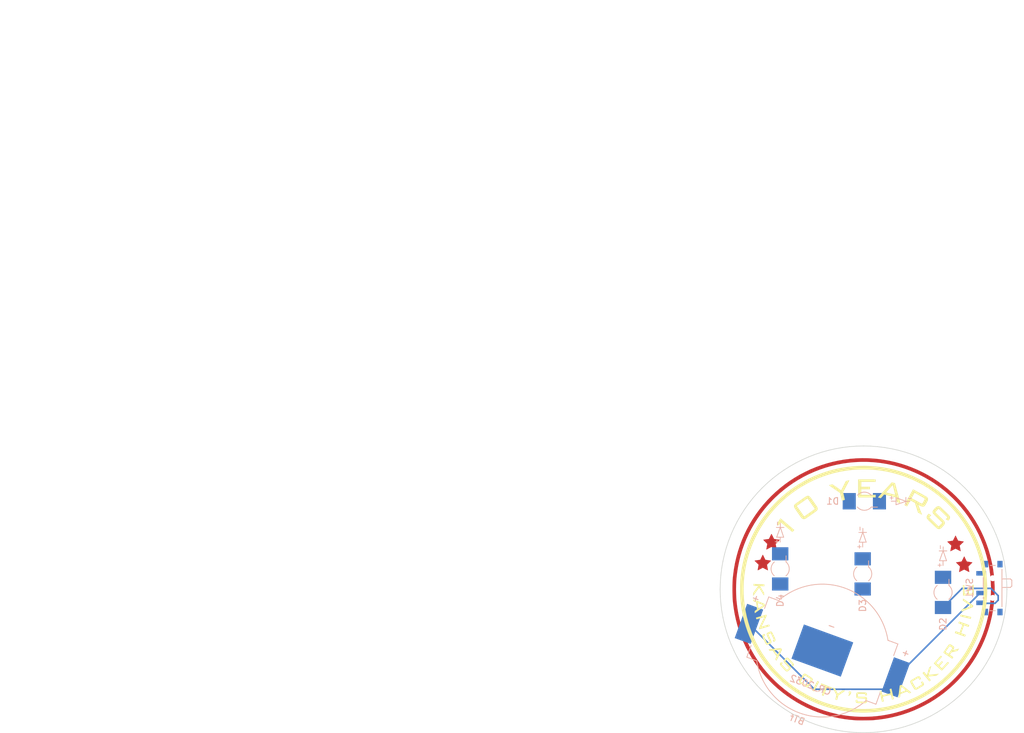
<source format=kicad_pcb>
(kicad_pcb (version 20211014) (generator pcbnew)
  (layers (0 "F.Cu" signal) (31 "B.Cu" signal) (34 "B.Paste" user) (35 "F.Paste" user) (36 "B.SilkS" user "B.Silkscreen") (37 "F.SilkS" user "F.Silkscreen") (38 "B.Mask" user) (39 "F.Mask" user) (44 "Edge.Cuts" user))
  (net 0 "")
  (net 1 "GND")
  (net 2 "Net-(BT1-Pad1)")
  (net 3 "Net-(D1-Pad2)")
  (footprint "LOGO" (layer "F.Cu") (at 16.2814 14.8336)
    (fp_text reference "G***" hide)
    (fp_text value "LOGO" hide)
  )
  (footprint "LOGO" (layer "F.Cu") (at 119.6214 77.6175)
    (fp_text reference "G***" hide)
    (fp_text value "LOGO" hide)
  )
  (footprint "BadgePirates:LED_Osram_Lx_P47F_D2mm_ReverseMount_Proper_Mask Only" (layer "F.Cu") (at 157.1752 103.6828 90)
    (fp_text reference "D2" (at -4.826 0 90) (layer "B.SilkS"))
    (fp_text value "LED")
    (pad "1" smd rect (at 2.3 0 90) (size 2 2.5) (layers "B.Cu") (net 1 "GND"))
    (pad "2" smd rect (at -2.3 0 90) (size 2 2.5) (layers "B.Cu") (net 3 "Net-(D1-Pad2)"))
  )
  (footprint "LOGO" (layer "F.Cu") (at 119.6214 77.6175)
    (fp_text reference "G***" hide)
    (fp_text value "LOGO" hide)
  )
  (footprint "LOGO" (layer "F.Cu") (at 119.6214 77.6175)
    (fp_text reference "G***" hide)
    (fp_text value "LOGO" hide)
  )
  (footprint "LOGO" (layer "F.Cu") (at 16.2814 14.8336)
    (fp_text reference "G***" hide)
    (fp_text value "LOGO" hide)
  )
  (footprint "BadgePirates:LED_Osram_Lx_P47F_D2mm_ReverseMount_Proper_Mask Only" (layer "F.Cu") (at 145.1864 89.789)
    (fp_text reference "D1" (at -4.826 0) (layer "B.SilkS") (effects (justify mirror)))
    (fp_text value "LED")
    (pad "1" smd rect (at 2.3 0) (size 2 2.5) (layers "B.Cu") (net 1 "GND"))
    (pad "2" smd rect (at -2.3 0) (size 2 2.5) (layers "B.Cu") (net 3 "Net-(D1-Pad2)"))
  )
  (footprint "BadgePirates:LED_Osram_Lx_P47F_D2mm_ReverseMount_Proper_Mask Only" (layer "F.Cu") (at 144.9324 100.8634 90)
    (fp_text reference "D3" (at -4.826 0 90) (layer "B.SilkS"))
    (fp_text value "LED")
    (pad "1" smd rect (at 2.3 0 90) (size 2 2.5) (layers "B.Cu") (net 1 "GND"))
    (pad "2" smd rect (at -2.3 0 90) (size 2 2.5) (layers "B.Cu") (net 3 "Net-(D1-Pad2)"))
  )
  (footprint "LOGO" (layer "F.Cu") (at 119.6214 77.6175)
    (fp_text reference "G***" hide)
    (fp_text value "LOGO" hide)
    (fp_poly (pts (xy 10.105244 20.338704) (xy 10.133746 20.389581) (xy 10.174436 20.467336) (xy 10.224349 20.566275) (xy 10.280522 20.680707) (xy 10.294279 20.709164) (xy 10.481474 21.097535) (xy 10.913404 21.157643) (xy 11.042906 21.17629) (xy 11.15689 21.193901) (xy 11.249163 21.209418) (xy 11.313533 21.221786) (xy 11.343808 21.229948) (xy 11.345334 21.231301) (xy 11.330891 21.249535) (xy 11.290572 21.292624) (xy 11.228887 21.355949) (xy 11.150351 21.434892) (xy 11.059474 21.524835) (xy 11.036501 21.547376) (xy 10.727669 21.849901) (xy 10.801518 22.275576) (xy 10.823476 22.404211) (xy 10.842201 22.517919) (xy 10.856711 22.610391) (xy 10.866024 22.675321) (xy 10.869157 22.706401) (xy 10.868877 22.708126) (xy 10.849107 22.700787) (xy 10.797623 22.676341) (xy 10.720056 22.637612) (xy 10.62204 22.587424) (xy 10.509208 22.528602) (xy 10.477703 22.512012) (xy 10.093018 22.309021) (xy 9.703176 22.511939) (xy 9.569553 22.580864) (xy 9.468915 22.631098) (xy 9.397161 22.664371) (xy 9.350194 22.682415) (xy 9.323915 22.686959) (xy 9.314227 22.679734) (xy 9.313916 22.676303) (xy 9.317634 22.644015) (xy 9.327629 22.57728) (xy 9.342739 22.483327) (xy 9.3618 22.369384) (xy 9.383648 22.24268) (xy 9.384248 22.239252) (xy 9.453997 21.840753) (xy 9.139232 21.537337) (xy 9.045909 21.446174) (xy 8.965204 21.365012) (xy 8.901346 21.298301) (xy 8.858567 21.250493) (xy 8.841099 21.22604) (xy 8.841359 21.22396) (xy 8.866604 21.218096) (xy 8.927191 21.207539) (xy 9.016518 21.193333) (xy 9.127982 21.176521) (xy 9.254983 21.158148) (xy 9.279758 21.154647) (xy 9.701265 21.095296) (xy 9.888983 20.707648) (xy 9.946371 20.590628) (xy 9.998169 20.487817) (xy 10.041405 20.40489) (xy 10.073103 20.347523) (xy 10.090291 20.321392) (xy 10.091892 20.320397) (xy 10.105244 20.338704)) (layer "F.Cu") (width 0.01) (fill solid))
    (fp_poly (pts (xy 11.424994 17.163233) (xy 11.453376 17.213804) (xy 11.49416 17.291195) (xy 11.544376 17.389741) (xy 11.601051 17.503777) (xy 11.614986 17.53221) (xy 11.804249 17.919421) (xy 12.215083 17.977895) (xy 12.343539 17.996454) (xy 12.458592 18.013597) (xy 12.553287 18.028247) (xy 12.620674 18.039324) (xy 12.6538 18.045752) (xy 12.654988 18.046107) (xy 12.65056 18.063535) (xy 12.616481 18.106996) (xy 12.5547 18.174354) (xy 12.467168 18.263474) (xy 12.366635 18.361823) (xy 12.049211 18.667802) (xy 12.120213 19.075859) (xy 12.142192 19.203453) (xy 12.161445 19.317659) (xy 12.176844 19.411577) (xy 12.187257 19.478306) (xy 12.191557 19.510946) (xy 12.191607 19.51208) (xy 12.173849 19.512205) (xy 12.122651 19.493309) (xy 12.041552 19.456978) (xy 11.934089 19.404799) (xy 11.803802 19.338357) (xy 11.801954 19.337396) (xy 11.411907 19.134548) (xy 11.029044 19.335691) (xy 10.912994 19.396366) (xy 10.809914 19.449702) (xy 10.725571 19.492759) (xy 10.665737 19.522599) (xy 10.63618 19.536281) (xy 10.634242 19.536834) (xy 10.629412 19.519043) (xy 10.634544 19.478625) (xy 10.642053 19.439131) (xy 10.655225 19.365997) (xy 10.67263 19.26732) (xy 10.692838 19.151197) (xy 10.710232 19.050179) (xy 10.77368 18.679942) (xy 10.462562 18.368305) (xy 10.370213 18.274995) (xy 10.289678 18.192072) (xy 10.225207 18.124041) (xy 10.181051 18.07541) (xy 10.161462 18.050686) (xy 10.161014 18.048602) (xy 10.183941 18.043385) (xy 10.242407 18.033484) (xy 10.330001 18.019887) (xy 10.440309 18.003583) (xy 10.566921 17.98556) (xy 10.597507 17.981299) (xy 11.024431 17.922062) (xy 11.211341 17.533679) (xy 11.268394 17.416456) (xy 11.319771 17.31341) (xy 11.362536 17.230227) (xy 11.39375 17.172595) (xy 11.410476 17.146202) (xy 11.411987 17.145148) (xy 11.424994 17.163233)) (layer "F.Cu") (width 0.01) (fill solid))
    (fp_poly (pts (xy 39.648038 17.769417) (xy 39.705231 17.886444) (xy 39.755959 17.990638) (xy 39.797304 18.075972) (xy 39.826349 18.136421) (xy 39.840175 18.165959) (xy 39.840816 18.16751) (xy 39.862695 18.175534) (xy 39.920214 18.188126) (xy 40.007064 18.204141) (xy 40.116937 18.222435) (xy 40.243527 18.241862) (xy 40.278963 18.247039) (xy 40.408992 18.266144) (xy 40.524095 18.283642) (xy 40.617942 18.298523) (xy 40.684201 18.309776) (xy 40.716543 18.316391) (xy 40.718625 18.317236) (xy 40.706427 18.333498) (xy 40.667913 18.374505) (xy 40.607456 18.435842) (xy 40.529426 18.513091) (xy 40.438196 18.601839) (xy 40.409201 18.629762) (xy 40.092015 18.934526) (xy 40.164386 19.346805) (xy 40.190175 19.49369) (xy 40.2094 19.604065) (xy 40.222728 19.683133) (xy 40.230827 19.736096) (xy 40.234364 19.768155) (xy 40.234005 19.784512) (xy 40.230418 19.790369) (xy 40.22427 19.790928) (xy 40.221331 19.790834) (xy 40.198294 19.781408) (xy 40.143908 19.755156) (xy 40.064209 19.715112) (xy 39.965232 19.664314) (xy 39.853012 19.605796) (xy 39.842619 19.600334) (xy 39.729031 19.541191) (xy 39.627632 19.489526) (xy 39.544588 19.448389) (xy 39.486064 19.42083) (xy 39.458228 19.409898) (xy 39.457505 19.409834) (xy 39.432415 19.419266) (xy 39.37611 19.445539) (xy 39.294754 19.485611) (xy 39.194506 19.536444) (xy 39.08153 19.594997) (xy 39.071345 19.600334) (xy 38.935112 19.671365) (xy 38.832067 19.724004) (xy 38.758221 19.7601) (xy 38.709581 19.781503) (xy 38.682156 19.790061) (xy 38.671954 19.787624) (xy 38.671627 19.785542) (xy 38.675176 19.764079) (xy 38.685011 19.707228) (xy 38.700031 19.621282) (xy 38.719134 19.512538) (xy 38.741221 19.387289) (xy 38.746588 19.356917) (xy 38.821422 18.933584) (xy 38.508355 18.633704) (xy 38.41493 18.542942) (xy 38.333981 18.46185) (xy 38.269827 18.394962) (xy 38.226786 18.346807) (xy 38.209174 18.321918) (xy 38.209289 18.319822) (xy 38.233638 18.312639) (xy 38.293339 18.300803) (xy 38.381806 18.285449) (xy 38.492457 18.26771) (xy 38.618706 18.248722) (xy 38.63975 18.245667) (xy 38.767226 18.226964) (xy 38.879574 18.209928) (xy 38.97037 18.195577) (xy 39.03319 18.184932) (xy 39.061611 18.179013) (xy 39.062561 18.178548) (xy 39.073526 18.158386) (xy 39.10051 18.106061) (xy 39.140613 18.027282) (xy 39.190931 17.927755) (xy 39.248563 17.813188) (xy 39.26521 17.78) (xy 39.461508 17.388417) (xy 39.648038 17.769417)) (layer "F.Cu") (width 0.01) (fill solid))
    (fp_poly (pts (xy 40.977144 20.959378) (xy 41.041905 21.092007) (xy 41.091592 21.191422) (xy 41.129392 21.262601) (xy 41.158493 21.310522) (xy 41.182083 21.340162) (xy 41.203349 21.356499) (xy 41.225481 21.364512) (xy 41.2382 21.367008) (xy 41.281745 21.373972) (xy 41.358558 21.385805) (xy 41.460025 21.401198) (xy 41.577533 21.418844) (xy 41.665321 21.431923) (xy 41.783186 21.449728) (xy 41.885514 21.465762) (xy 41.965366 21.478891) (xy 42.0158 21.487979) (xy 42.030297 21.491574) (xy 42.017937 21.507678) (xy 41.979744 21.548989) (xy 41.920051 21.611018) (xy 41.843195 21.689277) (xy 41.753509 21.779276) (xy 41.727019 21.80564) (xy 41.417336 22.113301) (xy 41.490546 22.539567) (xy 41.511689 22.667715) (xy 41.528633 22.780443) (xy 41.540588 22.871589) (xy 41.546764 22.934989) (xy 41.546374 22.96448) (xy 41.54512 22.965834) (xy 41.521395 22.956417) (xy 41.466352 22.930188) (xy 41.386065 22.890177) (xy 41.286609 22.839418) (xy 41.17406 22.780941) (xy 41.163364 22.775334) (xy 41.049839 22.716289) (xy 40.948764 22.66469) (xy 40.866236 22.623572) (xy 40.808353 22.595968) (xy 40.781214 22.584913) (xy 40.780489 22.584834) (xy 40.756396 22.594212) (xy 40.700954 22.620339) (xy 40.620253 22.660202) (xy 40.520382 22.710789) (xy 40.407431 22.769086) (xy 40.39544 22.775334) (xy 40.282038 22.83415) (xy 40.181674 22.885594) (xy 40.100291 22.926667) (xy 40.043834 22.954373) (xy 40.018249 22.965714) (xy 40.017573 22.965834) (xy 40.005612 22.948952) (xy 40.004616 22.939375) (xy 40.007925 22.911015) (xy 40.017362 22.847917) (xy 40.031819 22.757053) (xy 40.050185 22.645394) (xy 40.07135 22.519912) (xy 40.072176 22.515073) (xy 40.14012 22.117229) (xy 39.824116 21.800698) (xy 39.731343 21.707175) (xy 39.650576 21.624611) (xy 39.585961 21.557338) (xy 39.541642 21.50969) (xy 39.521761 21.485998) (xy 39.521357 21.484167) (xy 39.548427 21.481249) (xy 39.609247 21.473272) (xy 39.695692 21.461404) (xy 39.799639 21.44681) (xy 39.912964 21.430658) (xy 40.027542 21.414114) (xy 40.135251 21.398345) (xy 40.227966 21.384517) (xy 40.297563 21.373797) (xy 40.335918 21.367351) (xy 40.338481 21.366824) (xy 40.359269 21.355125) (xy 40.385291 21.325611) (xy 40.419095 21.274081) (xy 40.46323 21.196335) (xy 40.520244 21.088175) (xy 40.585425 20.959862) (xy 40.784639 20.563417) (xy 40.977144 20.959378)) (layer "F.Cu") (width 0.01) (fill solid))
    (fp_poly (pts (xy 26.102171 5.626179) (xy 27.005436 5.678051) (xy 27.52725 5.727196) (xy 28.440109 5.846547) (xy 29.342305 6.006373) (xy 30.232664 6.206042) (xy 31.110012 6.444921) (xy 31.973176 6.722377) (xy 32.820981 7.037776) (xy 33.652254 7.390487) (xy 34.465821 7.779876) (xy 35.260509 8.20531) (xy 36.035143 8.666157) (xy 36.788549 9.161783) (xy 37.519554 9.691555) (xy 38.226985 10.254841) (xy 38.909666 10.851008) (xy 39.566424 11.479422) (xy 40.196087 12.139451) (xy 40.797478 12.830462) (xy 40.87488 12.92419) (xy 41.440611 13.646762) (xy 41.971876 14.393543) (xy 42.467957 15.163192) (xy 42.928138 15.954363) (xy 43.351704 16.765715) (xy 43.737938 17.595904) (xy 44.086123 18.443586) (xy 44.395544 19.307419) (xy 44.567491 19.850144) (xy 44.812287 20.73565) (xy 45.015628 21.628428) (xy 45.177497 22.527154) (xy 45.297878 23.430503) (xy 45.376754 24.337153) (xy 45.414109 25.245779) (xy 45.409927 26.155057) (xy 45.36419 27.063664) (xy 45.276884 27.970276) (xy 45.147991 28.873568) (xy 44.977495 29.772218) (xy 44.76538 30.664901) (xy 44.704264 30.89275) (xy 44.441971 31.769055) (xy 44.141256 32.6286) (xy 43.803014 33.470318) (xy 43.428137 34.293143) (xy 43.017522 35.096009) (xy 42.572063 35.877849) (xy 42.092653 36.637598) (xy 41.580187 37.374187) (xy 41.035561 38.086552) (xy 40.459667 38.773625) (xy 39.853402 39.434341) (xy 39.217659 40.067633) (xy 38.553332 40.672434) (xy 37.861317 41.247679) (xy 37.142507 41.7923) (xy 36.397797 42.305232) (xy 35.628082 42.785407) (xy 34.834256 43.231761) (xy 34.017214 43.643225) (xy 34.00425 43.64938) (xy 33.178095 44.019165) (xy 32.341949 44.349257) (xy 31.494283 44.640061) (xy 30.633566 44.891981) (xy 29.75827 45.105421) (xy 28.866863 45.280787) (xy 27.957818 45.418484) (xy 27.029603 45.518914) (xy 26.89225 45.530495) (xy 26.795034 45.536512) (xy 26.661301 45.542009) (xy 26.496865 45.546943) (xy 26.307541 45.551272) (xy 26.099142 45.554954) (xy 25.877482 45.557947) (xy 25.648376 45.560208) (xy 25.417637 45.561695) (xy 25.191079 45.562366) (xy 24.974516 45.562179) (xy 24.773762 45.561091) (xy 24.594632 45.55906) (xy 24.442939 45.556045) (xy 24.324497 45.552001) (xy 24.278167 45.549491) (xy 23.38133 45.473495) (xy 22.506132 45.363149) (xy 21.648233 45.217525) (xy 20.803292 45.035696) (xy 19.966968 44.816735) (xy 19.13492 44.559716) (xy 18.362084 44.28607) (xy 17.546129 43.957597) (xy 16.740508 43.589488) (xy 15.948341 43.183676) (xy 15.172746 42.742094) (xy 14.416845 42.266674) (xy 13.683755 41.759349) (xy 12.976597 41.222053) (xy 12.298491 40.656718) (xy 11.847245 40.249508) (xy 11.723645 40.132311) (xy 11.580937 39.993753) (xy 11.425357 39.840153) (xy 11.263142 39.677826) (xy 11.100528 39.51309) (xy 10.943751 39.352261) (xy 10.799046 39.201658) (xy 10.672649 39.067597) (xy 10.571564 38.95725) (xy 9.973562 38.25868) (xy 9.409931 37.536059) (xy 8.881254 36.790639) (xy 8.388115 36.023674) (xy 7.931098 35.236416) (xy 7.510787 34.430117) (xy 7.127766 33.606028) (xy 6.782618 32.765404) (xy 6.475928 31.909495) (xy 6.208279 31.039555) (xy 5.980255 30.156835) (xy 5.792441 29.262589) (xy 5.652097 28.405667) (xy 5.612318 28.116094) (xy 5.578569 27.849651) (xy 5.550399 27.599327) (xy 5.52736 27.358111) (xy 5.509002 27.11899) (xy 5.494875 26.874954) (xy 5.484529 26.618991) (xy 5.477516 26.344089) (xy 5.473385 26.043237) (xy 5.471687 25.709423) (xy 5.471638 25.651711) (xy 6.007654 25.651711) (xy 6.019248 26.28822) (xy 6.04976 26.917772) (xy 6.087004 27.40025) (xy 6.187955 28.280183) (xy 6.330536 29.156293) (xy 6.514083 30.026555) (xy 6.737932 30.888944) (xy 7.001419 31.741437) (xy 7.303879 32.582007) (xy 7.644648 33.408632) (xy 8.023062 34.219286) (xy 8.438456 35.011944) (xy 8.777834 35.600013) (xy 9.233384 36.323208) (xy 9.713913 37.017246) (xy 10.222661 37.686177) (xy 10.762867 38.33405) (xy 11.33777 38.964914) (xy 11.950608 39.582819) (xy 12.006725 39.636963) (xy 12.664688 40.240393) (xy 13.348801 40.81117) (xy 14.057547 41.34866) (xy 14.789412 41.852227) (xy 15.542878 42.321237) (xy 16.31643 42.755057) (xy 17.108551 43.153051) (xy 17.917726 43.514586) (xy 18.742439 43.839028) (xy 19.581174 44.125741) (xy 20.432414 44.374091) (xy 21.294644 44.583445) (xy 22.166348 44.753168) (xy 23.046009 44.882625) (xy 23.932113 44.971183) (xy 24.823141 45.018206) (xy 24.870834 45.019537) (xy 25.026529 45.023311) (xy 25.17601 45.026243) (xy 25.311595 45.028235) (xy 25.425605 45.02919) (xy 25.510358 45.02901) (xy 25.548167 45.028157) (xy 25.611479 45.025895) (xy 25.708282 45.022926) (xy 25.829746 45.019497) (xy 25.96704 45.015855) (xy 26.111331 45.012249) (xy 26.140834 45.01154) (xy 26.730311 44.985723) (xy 27.343198 44.936395) (xy 27.968453 44.864645) (xy 28.595033 44.771565) (xy 28.627917 44.766083) (xy 29.517885 44.595646) (xy 30.395226 44.385191) (xy 31.258762 44.135421) (xy 32.107313 43.84704) (xy 32.9397 43.520754) (xy 33.754745 43.157266) (xy 34.551267 42.75728) (xy 35.328089 42.321501) (xy 36.08403 41.850634) (xy 36.817913 41.345382) (xy 37.528557 40.806449) (xy 38.214785 40.234541) (xy 38.875416 39.630361) (xy 39.509272 38.994614) (xy 40.115174 38.328003) (xy 40.691942 37.631234) (xy 40.797166 37.49675) (xy 41.328842 36.776719) (xy 41.82768 36.030731) (xy 42.292464 35.260975) (xy 42.721975 34.469641) (xy 43.114998 33.65892) (xy 43.470313 32.831001) (xy 43.652844 32.359388) (xy 43.946704 31.509181) (xy 44.200317 30.64695) (xy 44.413482 29.774387) (xy 44.586001 28.893183) (xy 44.717674 28.005029) (xy 44.808304 27.111618) (xy 44.857692 26.214641) (xy 44.865638 25.31579) (xy 44.831944 24.416756) (xy 44.756411 23.51923) (xy 44.7244 23.241) (xy 44.594257 22.350531) (xy 44.423024 21.467393) (xy 44.211333 20.593487) (xy 43.959817 19.73072) (xy 43.669108 18.880994) (xy 43.339838 18.046213) (xy 42.972639 17.228282) (xy 42.568143 16.429104) (xy 42.304206 15.953108) (xy 41.835816 15.178149) (xy 41.33505 14.429694) (xy 40.803036 13.708491) (xy 40.240903 13.015292) (xy 39.649779 12.350847) (xy 39.030794 11.715906) (xy 38.385075 11.111219) (xy 37.713753 10.537536) (xy 37.017955 9.995607) (xy 36.298811 9.486183) (xy 35.55745 9.010014) (xy 34.794999 8.56785) (xy 34.012589 8.160442) (xy 33.211348 7.788538) (xy 32.392404 7.45289) (xy 31.556886 7.154248) (xy 30.705924 6.893362) (xy 29.840646 6.670983) (xy 28.962181 6.487859) (xy 28.071658 6.344742) (xy 27.791834 6.308434) (xy 26.891086 6.219206) (xy 25.991726 6.172273) (xy 25.093431 6.167641) (xy 24.195876 6.205318) (xy 23.29874 6.285311) (xy 22.401699 6.407627) (xy 22.235584 6.434921) (xy 21.342371 6.606814) (xy 20.462079 6.818746) (xy 19.595805 7.070146) (xy 18.744643 7.360442) (xy 17.90969 7.689064) (xy 17.092042 8.055442) (xy 16.292793 8.459003) (xy 15.51304 8.899177) (xy 14.753878 9.375393) (xy 14.016402 9.88708) (xy 13.30171 10.433667) (xy 12.610895 11.014584) (xy 11.945054 11.629258) (xy 11.588164 11.983262) (xy 10.96527 12.646945) (xy 10.376619 13.335118) (xy 9.822709 14.046706) (xy 9.304042 14.780635) (xy 8.821116 15.535831) (xy 8.374432 16.311217) (xy 7.964489 17.105721) (xy 7.591788 17.918267) (xy 7.256827 18.74778) (xy 6.960108 19.593186) (xy 6.702129 20.45341) (xy 6.483391 21.327378) (xy 6.304393 22.214015) (xy 6.165635 23.112246) (xy 6.086395 23.8125) (xy 6.041225 24.402645) (xy 6.014979 25.01945) (xy 6.007654 25.651711) (xy 5.471638 25.651711) (xy 5.471584 25.5905) (xy 5.471914 25.309975) (xy 5.473114 25.065334) (xy 5.475493 24.85013) (xy 5.479363 24.657918) (xy 5.485036 24.48225) (xy 5.492822 24.316682) (xy 5.503033 24.154767) (xy 5.51598 23.990059) (xy 5.531974 23.816111) (xy 5.551326 23.626479) (xy 5.574347 23.414715) (xy 5.578366 23.378584) (xy 5.700876 22.468438) (xy 5.863899 21.569333) (xy 6.066795 20.68239) (xy 6.308922 19.808731) (xy 6.589638 18.949478) (xy 6.908303 18.105754) (xy 7.264274 17.278679) (xy 7.65691 16.469376) (xy 8.08557 15.678968) (xy 8.549613 14.908575) (xy 9.048397 14.159321) (xy 9.58128 13.432327) (xy 10.147622 12.728715) (xy 10.746781 12.049608) (xy 11.378115 11.396126) (xy 12.040983 10.769393) (xy 12.734744 10.17053) (xy 13.451417 9.606174) (xy 14.188871 9.07804) (xy 14.948086 8.585622) (xy 15.727532 8.129341) (xy 16.525679 7.709621) (xy 17.340999 7.326882) (xy 18.171962 6.981545) (xy 19.017038 6.674032) (xy 19.874697 6.404765) (xy 20.74341 6.174165) (xy 21.621648 5.982654) (xy 22.507881 5.830653) (xy 23.400579 5.718583) (xy 24.298213 5.646867) (xy 25.199254 5.615925) (xy 26.102171 5.626179)) (layer "F.Cu") (width 0.01) (fill solid))
  )
  (footprint "LOGO" (layer "F.Cu") (at 16.2814 14.8336)
    (fp_text reference "G***" hide)
    (fp_text value "LOGO" hide)
  )
  (footprint "BadgePirates:LED_Osram_Lx_P47F_D2mm_ReverseMount_Proper_Mask Only" (layer "F.Cu") (at 132.3594 100.1014 90)
    (fp_text reference "D4" (at -4.826 0 90) (layer "B.SilkS"))
    (fp_text value "LED")
    (pad "1" smd rect (at 2.3 0 90) (size 2 2.5) (layers "B.Cu") (net 1 "GND"))
    (pad "2" smd rect (at -2.3 0 90) (size 2 2.5) (layers "B.Cu") (net 3 "Net-(D1-Pad2)"))
  )
  (footprint "BadgePirates:SW_SPDT_PCM12" (layer "B.Cu") (at 164.4218 103.0224 -90)
    (fp_text reference "SW1" (at 0 3.2 90) (layer "B.SilkS") (effects (justify mirror)))
    (fp_text value "SW_SPDT")
    (pad "" smd rect locked (at -3.65 -1.43 270) (size 1 0.8) (layers "B.Cu" "B.Paste" "B.Mask"))
    (pad "" smd rect locked (at -3.65 0.78 270) (size 1 0.8) (layers "B.Cu" "B.Paste" "B.Mask"))
    (pad "" smd rect locked (at 3.65 0.78 270) (size 1 0.8) (layers "B.Cu" "B.Paste" "B.Mask"))
    (pad "" np_thru_hole circle locked (at -1.5 -0.33 270) (size 0.9 0.9) (drill 0.9) (layers *.Cu *.Mask))
    (pad "" np_thru_hole circle locked (at 1.5 -0.33 270) (size 0.9 0.9) (drill 0.9) (layers *.Cu *.Mask))
    (pad "" smd rect locked (at 3.65 -1.43 270) (size 1 0.8) (layers "B.Cu" "B.Paste" "B.Mask"))
    (pad "1" smd rect locked (at -2.25 1.43 270) (size 0.7 1.5) (layers "B.Cu" "B.Paste" "B.Mask"))
    (pad "2" smd rect locked (at 0.75 1.43 270) (size 0.7 1.5) (layers "B.Cu" "B.Paste" "B.Mask") (net 2 "Net-(BT1-Pad1)"))
    (pad "3" smd rect locked (at 2.25 1.43 270) (size 0.7 1.5) (layers "B.Cu" "B.Paste" "B.Mask") (net 3 "Net-(D1-Pad2)"))
  )
  (footprint "BadgePirates:BatteryHolder_MPD_BC2003_1x2032" (layer "B.Cu") (at 138.7856 112.5474 -20)
    (fp_text reference "BTf" (at 0 11.2 160) (layer "B.SilkS") (effects (justify mirror)))
    (fp_text value "Battery_Cell")
    (fp_text user "CR_2032" (at 0.1016 5.5626 160) (layer "B.SilkS") (effects (justify mirror)))
    (fp_text user "+" (at 12.065 -4.0132 160) (layer "B.SilkS") (effects (justify mirror)))
    (fp_text user "-" (at 0.0508 -4.0132 160) (layer "B.SilkS") (effects (justify mirror)))
    (fp_text user "+" (at -12.2428 -4.0132 160) (layer "B.SilkS") (effects (justify mirror)))
    (pad "1" smd rect locked (at -11.905 0 340) (size 2.6 5.56) (layers "B.Cu" "B.Paste" "B.Mask") (net 2 "Net-(BT1-Pad1)"))
    (pad "1" smd rect locked (at 11.905 0 340) (size 2.6 5.56) (layers "B.Cu" "B.Paste" "B.Mask") (net 2 "Net-(BT1-Pad1)"))
    (pad "2" smd rect locked (at 0 0 340) (size 8 5.56) (layers "B.Cu" "B.Paste" "B.Mask") (net 1 "GND"))
  )
  (gr_line (start 137.6932 123.7842) (end 136.6989 123.4005) (layer "Edge.Cuts") (width 0.1))
  (gr_line (start 123.6365 98.9352) (end 123.8717 97.8921) (layer "Edge.Cuts") (width 0.1))
  (gr_line (start 131.2139 86.3182) (end 132.0619 85.6576) (layer "Edge.Cuts") (width 0.1))
  (gr_line (start 124.4921 110.5831) (end 124.1572 109.5708) (layer "Edge.Cuts") (width 0.1))
  (gr_line (start 146.1425 125.0366) (end 145.0592 125.0634) (layer "Edge.Cuts") (width 0.1))
  (gr_line (start 161.9581 89.3718) (end 162.6187 90.2199) (layer "Edge.Cuts") (width 0.1))
  (gr_line (start 153.4194 123.4005) (end 152.4252 123.7842) (layer "Edge.Cuts") (width 0.1))
  (gr_line (start 123.2397 102.1338) (end 123.3198 101.0579) (layer "Edge.Cuts") (width 0.1))
  (gr_line (start 139.7341 82.0297) (end 140.7773 81.7944) (layer "Edge.Cuts") (width 0.1))
  (gr_line (start 126.8833 91.0968) (end 127.4996 90.2199) (layer "Edge.Cuts") (width 0.1))
  (gr_line (start 150.3842 82.0297) (end 151.4128 82.3151) (layer "Edge.Cuts") (width 0.1))
  (gr_line (start 165.2425 111.5773) (end 164.8108 112.5517) (layer "Edge.Cuts") (width 0.1))
  (gr_line (start 166.2466 97.8921) (end 166.4818 98.9352) (layer "Edge.Cuts") (width 0.1))
  (gr_line (start 146.1425 81.3976) (end 147.2184 81.4777) (layer "Edge.Cuts") (width 0.1))
  (gr_line (start 166.9055 103.2171) (end 166.9055 103.2171) (layer "Edge.Cuts") (width 0.1))
  (gr_line (start 149.3411 124.6398) (end 148.2852 124.824) (layer "Edge.Cuts") (width 0.1))
  (gr_line (start 147.2184 124.9565) (end 146.1425 125.0366) (layer "Edge.Cuts") (width 0.1))
  (gr_line (start 152.4252 123.7842) (end 151.4128 124.1191) (layer "Edge.Cuts") (width 0.1))
  (gr_line (start 128.8645 88.5544) (end 129.6115 87.7694) (layer "Edge.Cuts") (width 0.1))
  (gr_line (start 166.4818 107.499) (end 166.2466 108.5421) (layer "Edge.Cuts") (width 0.1))
  (gr_line (start 156.2756 121.9643) (end 155.3464 122.4898) (layer "Edge.Cuts") (width 0.1))
  (gr_line (start 140.7773 124.6398) (end 139.7341 124.4045) (layer "Edge.Cuts") (width 0.1))
  (gr_line (start 124.4921 95.8511) (end 124.8758 94.8569) (layer "Edge.Cuts") (width 0.1))
  (gr_line (start 165.6262 95.8511) (end 165.9612 96.8634) (layer "Edge.Cuts") (width 0.1))
  (gr_line (start 166.9055 103.2171) (end 166.9055 103.2171) (layer "Edge.Cuts") (width 0.1))
  (gr_line (start 161.2539 88.5544) (end 161.9581 89.3718) (layer "Edge.Cuts") (width 0.1))
  (gr_line (start 123.4523 99.9911) (end 123.6365 98.9352) (layer "Edge.Cuts") (width 0.1))
  (gr_line (start 130.3965 119.4118) (end 129.6115 118.6648) (layer "Edge.Cuts") (width 0.1))
  (gr_line (start 123.3198 101.0579) (end 123.4523 99.9911) (layer "Edge.Cuts") (width 0.1))
  (gr_line (start 165.9612 109.5708) (end 165.6262 110.5831) (layer "Edge.Cuts") (width 0.1))
  (gr_line (start 148.2852 124.824) (end 147.2184 124.9565) (layer "Edge.Cuts") (width 0.1))
  (gr_line (start 151.4128 124.1191) (end 150.3842 124.4045) (layer "Edge.Cuts") (width 0.1))
  (gr_line (start 148.2852 81.6102) (end 149.3411 81.7944) (layer "Edge.Cuts") (width 0.1))
  (gr_line (start 126.8833 115.3374) (end 126.312 114.4335) (layer "Edge.Cuts") (width 0.1))
  (gr_line (start 151.4128 82.3151) (end 152.4252 82.65) (layer "Edge.Cuts") (width 0.1))
  (gr_line (start 162.6187 116.2143) (end 161.9581 117.0624) (layer "Edge.Cuts") (width 0.1))
  (gr_line (start 153.4194 83.0337) (end 154.3937 83.4655) (layer "Edge.Cuts") (width 0.1))
  (gr_line (start 154.3937 122.9688) (end 153.4194 123.4005) (layer "Edge.Cuts") (width 0.1))
  (gr_line (start 124.8758 111.5773) (end 124.4921 110.5831) (layer "Edge.Cuts") (width 0.1))
  (gr_line (start 127.4996 116.2143) (end 126.8833 115.3374) (layer "Edge.Cuts") (width 0.1))
  (gr_line (start 145.0592 125.0634) (end 143.9759 125.0366) (layer "Edge.Cuts") (width 0.1))
  (gr_line (start 137.6932 82.65) (end 138.7055 82.3151) (layer "Edge.Cuts") (width 0.1))
  (gr_line (start 132.0619 120.7766) (end 131.2139 120.116) (layer "Edge.Cuts") (width 0.1))
  (gr_line (start 154.3937 83.4655) (end 155.3464 83.9444) (layer "Edge.Cuts") (width 0.1))
  (gr_line (start 145.0592 81.3708) (end 146.1425 81.3976) (layer "Edge.Cuts") (width 0.1))
  (gr_line (start 123.2397 104.3004) (end 123.2129 103.2171) (layer "Edge.Cuts") (width 0.1))
  (gr_line (start 152.4252 82.65) (end 153.4194 83.0337) (layer "Edge.Cuts") (width 0.1))
  (gr_line (start 127.4996 90.2199) (end 128.1603 89.3718) (layer "Edge.Cuts") (width 0.1))
  (gr_line (start 133.8428 84.4699) (end 134.7719 83.9444) (layer "Edge.Cuts") (width 0.1))
  (gr_line (start 141.8331 124.824) (end 140.7773 124.6398) (layer "Edge.Cuts") (width 0.1))
  (gr_line (start 149.3411 81.7944) (end 150.3842 82.0297) (layer "Edge.Cuts") (width 0.1))
  (gr_line (start 123.2129 103.2171) (end 123.2397 102.1338) (layer "Edge.Cuts") (width 0.1))
  (gr_line (start 161.2539 117.8798) (end 160.5068 118.6648) (layer "Edge.Cuts") (width 0.1))
  (gr_line (start 132.0619 85.6576) (end 132.9388 85.0412) (layer "Edge.Cuts") (width 0.1))
  (gr_line (start 166.7986 101.0579) (end 166.8786 102.1338) (layer "Edge.Cuts") (width 0.1))
  (gr_line (start 163.235 115.3374) (end 162.6187 116.2143) (layer "Edge.Cuts") (width 0.1))
  (gr_line (start 129.6115 87.7694) (end 130.3965 87.0224) (layer "Edge.Cuts") (width 0.1))
  (gr_line (start 132.9388 121.393) (end 132.0619 120.7766) (layer "Edge.Cuts") (width 0.1))
  (gr_line (start 157.1795 121.393) (end 156.2756 121.9643) (layer "Edge.Cuts") (width 0.1))
  (gr_line (start 139.7341 124.4045) (end 138.7055 124.1191) (layer "Edge.Cuts") (width 0.1))
  (gr_line (start 135.7246 122.9688) (end 134.7719 122.4898) (layer "Edge.Cuts") (width 0.1))
  (gr_line (start 157.1795 85.0412) (end 158.0564 85.6576) (layer "Edge.Cuts") (width 0.1))
  (gr_line (start 166.8786 104.3004) (end 166.7986 105.3763) (layer "Edge.Cuts") (width 0.1))
  (gr_line (start 138.7055 124.1191) (end 137.6932 123.7842) (layer "Edge.Cuts") (width 0.1))
  (gr_line (start 163.235 91.0968) (end 163.8063 92.0007) (layer "Edge.Cuts") (width 0.1))
  (gr_line (start 135.7246 83.4655) (end 136.6989 83.0337) (layer "Edge.Cuts") (width 0.1))
  (gr_line (start 158.0564 120.7766) (end 157.1795 121.393) (layer "Edge.Cuts") (width 0.1))
  (gr_line (start 160.5068 87.7694) (end 161.2539 88.5544) (layer "Edge.Cuts") (width 0.1))
  (gr_line (start 159.7218 119.4118) (end 158.9044 120.116) (layer "Edge.Cuts") (width 0.1))
  (gr_line (start 161.9581 117.0624) (end 161.2539 117.8798) (layer "Edge.Cuts") (width 0.1))
  (gr_line (start 125.3075 112.5517) (end 124.8758 111.5773) (layer "Edge.Cuts") (width 0.1))
  (gr_line (start 123.6365 107.499) (end 123.4523 106.4431) (layer "Edge.Cuts") (width 0.1))
  (gr_line (start 166.9055 103.2171) (end 166.8786 104.3004) (layer "Edge.Cuts") (width 0.1))
  (gr_line (start 125.7865 92.9299) (end 126.312 92.0007) (layer "Edge.Cuts") (width 0.1))
  (gr_line (start 125.7865 113.5043) (end 125.3075 112.5517) (layer "Edge.Cuts") (width 0.1))
  (gr_line (start 165.9612 96.8634) (end 166.2466 97.8921) (layer "Edge.Cuts") (width 0.1))
  (gr_line (start 159.7218 87.0224) (end 160.5068 87.7694) (layer "Edge.Cuts") (width 0.1))
  (gr_line (start 123.4523 106.4431) (end 123.3198 105.3763) (layer "Edge.Cuts") (width 0.1))
  (gr_line (start 156.2756 84.4699) (end 157.1795 85.0412) (layer "Edge.Cuts") (width 0.1))
  (gr_line (start 143.9759 125.0366) (end 142.8999 124.9565) (layer "Edge.Cuts") (width 0.1))
  (gr_line (start 124.8758 94.8569) (end 125.3075 93.8825) (layer "Edge.Cuts") (width 0.1))
  (gr_line (start 136.6989 123.4005) (end 135.7246 122.9688) (layer "Edge.Cuts") (width 0.1))
  (gr_line (start 136.6989 83.0337) (end 137.6932 82.65) (layer "Edge.Cuts") (width 0.1))
  (gr_line (start 164.8108 112.5517) (end 164.3318 113.5043) (layer "Edge.Cuts") (width 0.1))
  (gr_line (start 160.5068 118.6648) (end 159.7218 119.4118) (layer "Edge.Cuts") (width 0.1))
  (gr_line (start 129.6115 118.6648) (end 128.8645 117.8798) (layer "Edge.Cuts") (width 0.1))
  (gr_line (start 164.3318 113.5043) (end 163.8063 114.4335) (layer "Edge.Cuts") (width 0.1))
  (gr_line (start 165.6262 110.5831) (end 165.2425 111.5773) (layer "Edge.Cuts") (width 0.1))
  (gr_line (start 147.2184 81.4777) (end 148.2852 81.6102) (layer "Edge.Cuts") (width 0.1))
  (gr_line (start 162.6187 90.2199) (end 163.235 91.0968) (layer "Edge.Cuts") (width 0.1))
  (gr_line (start 164.8108 93.8825) (end 165.2425 94.8569) (layer "Edge.Cuts") (width 0.1))
  (gr_line (start 166.2466 108.5421) (end 165.9612 109.5708) (layer "Edge.Cuts") (width 0.1))
  (gr_line (start 142.8999 124.9565) (end 141.8331 124.824) (layer "Edge.Cuts") (width 0.1))
  (gr_line (start 155.3464 83.9444) (end 156.2756 84.4699) (layer "Edge.Cuts") (width 0.1))
  (gr_line (start 131.2139 120.116) (end 130.3965 119.4118) (layer "Edge.Cuts") (width 0.1))
  (gr_line (start 126.312 114.4335) (end 125.7865 113.5043) (layer "Edge.Cuts") (width 0.1))
  (gr_line (start 166.8786 102.1338) (end 166.9055 103.2171) (layer "Edge.Cuts") (width 0.1))
  (gr_line (start 164.3318 92.9299) (end 164.8108 93.8825) (layer "Edge.Cuts") (width 0.1))
  (gr_line (start 124.1572 96.8634) (end 124.4921 95.8511) (layer "Edge.Cuts") (width 0.1))
  (gr_line (start 141.8331 81.6102) (end 142.8999 81.4777) (layer "Edge.Cuts") (width 0.1))
  (gr_line (start 158.9044 86.3182) (end 159.7218 87.0224) (layer "Edge.Cuts") (width 0.1))
  (gr_line (start 150.3842 124.4045) (end 149.3411 124.6398) (layer "Edge.Cuts") (width 0.1))
  (gr_line (start 166.6661 99.9911) (end 166.7986 101.0579) (layer "Edge.Cuts") (width 0.1))
  (gr_line (start 158.9044 120.116) (end 158.0564 120.7766) (layer "Edge.Cuts") (width 0.1))
  (gr_line (start 132.9388 85.0412) (end 133.8428 84.4699) (layer "Edge.Cuts") (width 0.1))
  (gr_line (start 123.8717 108.5421) (end 123.6365 107.499) (layer "Edge.Cuts") (width 0.1))
  (gr_line (start 133.8428 121.9643) (end 132.9388 121.393) (layer "Edge.Cuts") (width 0.1))
  (gr_line (start 128.8645 117.8798) (end 128.1603 117.0624) (layer "Edge.Cuts") (width 0.1))
  (gr_line (start 140.7773 81.7944) (end 141.8331 81.6102) (layer "Edge.Cuts") (width 0.1))
  (gr_line (start 155.3464 122.4898) (end 154.3937 122.9688) (layer "Edge.Cuts") (width 0.1))
  (gr_line (start 158.0564 85.6576) (end 158.9044 86.3182) (layer "Edge.Cuts") (width 0.1))
  (gr_line (start 130.3965 87.0224) (end 131.2139 86.3182) (layer "Edge.Cuts") (width 0.1))
  (gr_line (start 124.1572 109.5708) (end 123.8717 108.5421) (layer "Edge.Cuts") (width 0.1))
  (gr_line (start 165.2425 94.8569) (end 165.6262 95.8511) (layer "Edge.Cuts") (width 0.1))
  (gr_line (start 123.3198 105.3763) (end 123.2397 104.3004) (layer "Edge.Cuts") (width 0.1))
  (gr_line (start 126.312 92.0007) (end 126.8833 91.0968) (layer "Edge.Cuts") (width 0.1))
  (gr_line (start 123.8717 97.8921) (end 124.1572 96.8634) (layer "Edge.Cuts") (width 0.1))
  (gr_line (start 134.7719 83.9444) (end 135.7246 83.4655) (layer "Edge.Cuts") (width 0.1))
  (gr_line (start 142.8999 81.4777) (end 143.9759 81.3976) (layer "Edge.Cuts") (width 0.1))
  (gr_line (start 166.7986 105.3763) (end 166.6661 106.4431) (layer "Edge.Cuts") (width 0.1))
  (gr_line (start 143.9759 81.3976) (end 145.0592 81.3708) (layer "Edge.Cuts") (width 0.1))
  (gr_line (start 134.7719 122.4898) (end 133.8428 121.9643) (layer "Edge.Cuts") (width 0.1))
  (gr_line (start 125.3075 93.8825) (end 125.7865 92.9299) (layer "Edge.Cuts") (width 0.1))
  (gr_line (start 138.7055 82.3151) (end 139.7341 82.0297) (layer "Edge.Cuts") (width 0.1))
  (gr_line (start 163.8063 114.4335) (end 163.235 115.3374) (layer "Edge.Cuts") (width 0.1))
  (gr_line (start 128.1603 89.3718) (end 128.8645 88.5544) (layer "Edge.Cuts") (width 0.1))
  (gr_line (start 163.8063 92.0007) (end 164.3318 92.9299) (layer "Edge.Cuts") (width 0.1))
  (gr_line (start 166.4818 98.9352) (end 166.6661 99.9911) (layer "Edge.Cuts") (width 0.1))
  (gr_line (start 166.6661 106.4431) (end 166.4818 107.499) (layer "Edge.Cuts") (width 0.1))
  (gr_line (start 128.1603 117.0624) (end 127.4996 116.2143) (layer "Edge.Cuts") (width 0.1))
  (segment (start 137.563109 118.4402) (end 148.151591 118.4402) (width 0.25) (layer "B.Cu") (net 2))
  (segment (start 148.151591 118.4402) (end 149.972641 116.61915) (width 0.25) (layer "B.Cu") (net 2))
  (segment (start 149.972641 116.61915) (end 162.819391 103.7724) (width 0.25) (layer "B.Cu") (net 2))
  (segment (start 127.598559 108.47565) (end 137.563109 118.4402) (width 0.25) (layer "B.Cu") (net 2))
  (segment (start 162.819391 103.7724) (end 162.9918 103.7724) (width 0.25) (layer "B.Cu") (net 2))
  (segment (start 165.5826 104.85765) (end 165.5826 104.18715) (width 0.25) (layer "B.Cu") (net 3))
  (segment (start 165.5826 104.18715) (end 164.46865 103.0732) (width 0.25) (layer "B.Cu") (net 3))
  (segment (start 162.9918 105.2724) (end 163.066321 105.346921) (width 0.25) (layer "B.Cu") (net 3))
  (segment (start 160.0848 103.0732) (end 157.1752 105.9828) (width 0.25) (layer "B.Cu") (net 3))
  (segment (start 165.093329 105.346921) (end 165.5826 104.85765) (width 0.25) (layer "B.Cu") (net 3))
  (segment (start 163.066321 105.346921) (end 165.093329 105.346921) (width 0.25) (layer "B.Cu") (net 3))
  (segment (start 164.46865 103.0732) (end 160.0848 103.0732) (width 0.25) (layer "B.Cu") (net 3))
)
</source>
